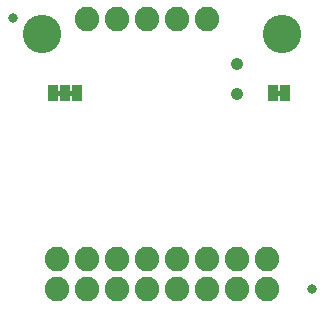
<source format=gbs>
G75*
%MOIN*%
%OFA0B0*%
%FSLAX25Y25*%
%IPPOS*%
%LPD*%
%AMOC8*
5,1,8,0,0,1.08239X$1,22.5*
%
%ADD10C,0.08200*%
%ADD11C,0.12800*%
%ADD12C,0.03300*%
%ADD13R,0.03300X0.05800*%
%ADD14C,0.00500*%
%ADD15C,0.04200*%
D10*
X0136333Y0068000D03*
X0146333Y0068000D03*
X0156333Y0068000D03*
X0166333Y0068000D03*
X0176333Y0068000D03*
X0186333Y0068000D03*
X0196333Y0068000D03*
X0206333Y0068000D03*
X0206333Y0078000D03*
X0196333Y0078000D03*
X0186333Y0078000D03*
X0176333Y0078000D03*
X0166333Y0078000D03*
X0156333Y0078000D03*
X0146333Y0078000D03*
X0136333Y0078000D03*
X0146333Y0158000D03*
X0156333Y0158000D03*
X0166333Y0158000D03*
X0176333Y0158000D03*
X0186333Y0158000D03*
D11*
X0211333Y0153000D03*
X0131333Y0153000D03*
D12*
X0121433Y0158300D03*
X0221333Y0068000D03*
D13*
X0212233Y0133400D03*
X0208233Y0133400D03*
X0142733Y0133300D03*
X0138733Y0133300D03*
X0134733Y0133300D03*
D14*
X0135983Y0133290D02*
X0141483Y0133290D01*
X0141483Y0132800D02*
X0141483Y0133800D01*
X0135983Y0133800D01*
X0135983Y0132800D01*
X0141483Y0132800D01*
X0141483Y0133789D02*
X0135983Y0133789D01*
X0209483Y0133789D02*
X0210983Y0133789D01*
X0210983Y0133900D02*
X0210983Y0132900D01*
X0209483Y0132900D01*
X0209483Y0133900D01*
X0210983Y0133900D01*
X0210983Y0133290D02*
X0209483Y0133290D01*
D15*
X0196333Y0133000D03*
X0196333Y0143000D03*
M02*

</source>
